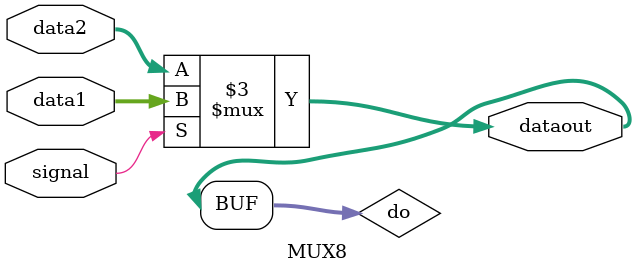
<source format=v>
module MUX8(
  data1,
  data2,
  signal,
  dataout
  );
  
  
input[7:0] data1;
input[7:0] data2;
input signal;
output[7:0] dataout;

reg[7:0] do;

always@(*)
begin
  if(signal)
    do = data1;
  else
    do = data2;
end

assign dataout = do;

endmodule 
</source>
